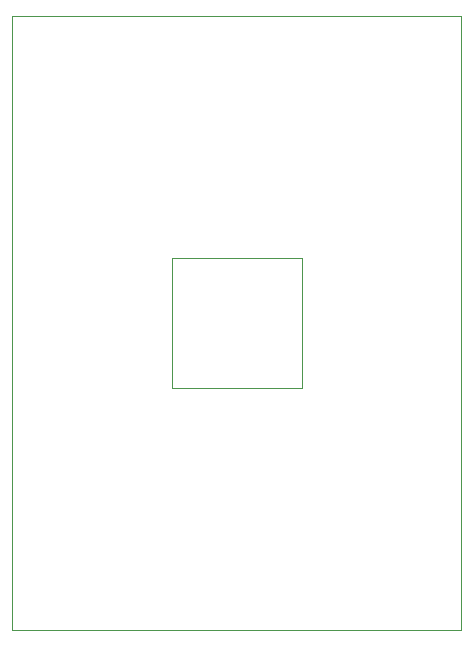
<source format=gbr>
G04 #@! TF.GenerationSoftware,KiCad,Pcbnew,(5.1.0)-1*
G04 #@! TF.CreationDate,2021-08-05T13:01:27-06:00*
G04 #@! TF.ProjectId,_autosave-Igloo19,5f617574-6f73-4617-9665-2d49676c6f6f,rev?*
G04 #@! TF.SameCoordinates,Original*
G04 #@! TF.FileFunction,Profile,NP*
%FSLAX46Y46*%
G04 Gerber Fmt 4.6, Leading zero omitted, Abs format (unit mm)*
G04 Created by KiCad (PCBNEW (5.1.0)-1) date 2021-08-05 13:01:27*
%MOMM*%
%LPD*%
G04 APERTURE LIST*
%ADD10C,0.120000*%
G04 APERTURE END LIST*
D10*
X173515000Y-70030000D02*
X173515000Y-81030000D01*
X173515000Y-81030000D02*
X184515000Y-81030000D01*
X184515000Y-81030000D02*
X184515000Y-70030000D01*
X173515000Y-70030000D02*
X184515000Y-70030000D01*
X198000000Y-101530000D02*
X160000000Y-101530000D01*
X198000000Y-49530000D02*
X198000000Y-101530000D01*
X160000000Y-101530000D02*
X160000000Y-49530000D01*
X160000000Y-49530000D02*
X198000000Y-49530000D01*
M02*

</source>
